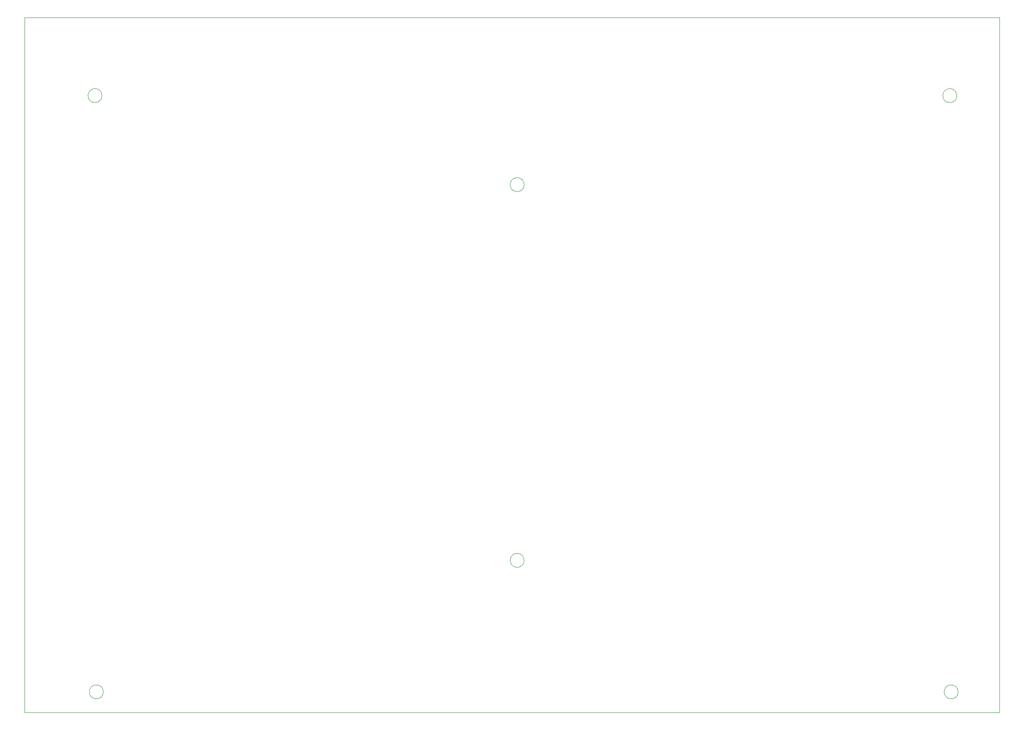
<source format=gbr>
%TF.GenerationSoftware,KiCad,Pcbnew,7.0.5*%
%TF.CreationDate,2023-08-06T18:29:22-05:00*%
%TF.ProjectId,Box,426f782e-6b69-4636-9164-5f7063625858,rev?*%
%TF.SameCoordinates,Original*%
%TF.FileFunction,Profile,NP*%
%FSLAX46Y46*%
G04 Gerber Fmt 4.6, Leading zero omitted, Abs format (unit mm)*
G04 Created by KiCad (PCBNEW 7.0.5) date 2023-08-06 18:29:22*
%MOMM*%
%LPD*%
G01*
G04 APERTURE LIST*
%TA.AperFunction,Profile*%
%ADD10C,0.100000*%
%TD*%
G04 APERTURE END LIST*
D10*
X66020000Y-42590000D02*
G75*
G03*
X66020000Y-42590000I-1350000J0D01*
G01*
X231310000Y-157800000D02*
G75*
G03*
X231310000Y-157800000I-1350000J0D01*
G01*
X231050000Y-42590000D02*
G75*
G03*
X231050000Y-42590000I-1350000J0D01*
G01*
X147530000Y-132390000D02*
G75*
G03*
X147530000Y-132390000I-1350000J0D01*
G01*
X66280000Y-157800000D02*
G75*
G03*
X66280000Y-157800000I-1350000J0D01*
G01*
X147530000Y-59790000D02*
G75*
G03*
X147530000Y-59790000I-1350000J0D01*
G01*
X51090000Y-27540000D02*
X239280000Y-27540000D01*
X239280000Y-161760000D01*
X51090000Y-161760000D01*
X51090000Y-27540000D01*
M02*

</source>
